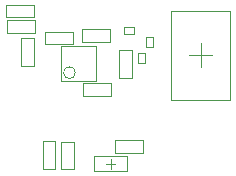
<source format=gbr>
%TF.GenerationSoftware,Altium Limited,Altium Designer,20.1.8 (145)*%
G04 Layer_Color=32768*
%FSLAX45Y45*%
%MOMM*%
%TF.SameCoordinates,B8344769-4606-4218-AAAC-353AEC7BCCEF*%
%TF.FilePolarity,Positive*%
%TF.FileFunction,Other,Bottom_Assembly*%
%TF.Part,Single*%
G01*
G75*
%TA.AperFunction,NonConductor*%
%ADD29C,0.10000*%
%ADD30C,0.10160*%
D29*
X650841Y985474D02*
G03*
X650841Y985474I-50000J0D01*
G01*
D30*
X1058803Y1312752D02*
Y1372752D01*
X1143803Y1312752D02*
Y1372752D01*
X1058803Y1312752D02*
X1143803D01*
X1058803Y1372752D02*
X1143803D01*
X1245479Y1201912D02*
Y1286912D01*
X1305479Y1201912D02*
Y1286912D01*
X1245479D02*
X1305479D01*
X1245479Y1201912D02*
X1305479D01*
X1176899Y1151406D02*
X1236899D01*
X1176899Y1066406D02*
X1236899D01*
X1176899D02*
Y1151406D01*
X1236899Y1066406D02*
Y1151406D01*
X297672Y1044233D02*
Y1279233D01*
X187672D02*
X297672D01*
X187672Y1044233D02*
Y1279233D01*
Y1044233D02*
X297672D01*
X529923Y165096D02*
X639923D01*
X529923D02*
Y400096D01*
X639923D01*
Y165096D02*
Y400096D01*
X1224999Y307596D02*
Y412596D01*
X990001Y307596D02*
Y412596D01*
X1224999D01*
X990001Y307596D02*
X1224999D01*
X374541Y169153D02*
X479542D01*
X374541Y404152D02*
X479542D01*
Y169153D02*
Y404152D01*
X374541Y169153D02*
Y404152D01*
X627422Y1227055D02*
Y1332056D01*
X392423Y1227055D02*
Y1332056D01*
X627422D01*
X392423Y1227055D02*
X627422D01*
X300492Y1455239D02*
Y1560240D01*
X65493Y1455239D02*
Y1560240D01*
X300492D01*
X65493Y1455239D02*
X300492D01*
X305532Y1322200D02*
Y1432200D01*
X70532Y1322200D02*
X305532D01*
X70532D02*
Y1432200D01*
X305532D01*
X527041Y1211674D02*
X827041D01*
X527041Y911674D02*
Y1211674D01*
Y911674D02*
X827041D01*
Y1211674D01*
X950000Y172872D02*
Y252871D01*
X910000Y212872D02*
X990000D01*
X812500Y150372D02*
X1087500D01*
X812500Y275372D02*
X1087500D01*
X812500Y150372D02*
Y275372D01*
X1087500Y150372D02*
Y275372D01*
X1961274Y757023D02*
Y1507022D01*
X1461274Y757022D02*
Y1507022D01*
Y757022D02*
X1961274Y757023D01*
X1461274Y1507022D02*
X1961274Y1507022D01*
X1711274Y1032022D02*
Y1232022D01*
X1611275Y1132022D02*
X1811275D01*
X713291Y785325D02*
X948291D01*
Y895325D01*
X713291D02*
X948291D01*
X713291Y785325D02*
Y895325D01*
X706193Y1355060D02*
X941193D01*
X706193Y1245060D02*
Y1355060D01*
Y1245060D02*
X941193D01*
Y1355060D01*
X1024325Y941607D02*
Y1176606D01*
X1129325Y941607D02*
Y1176606D01*
X1024325D02*
X1129325D01*
X1024325Y941607D02*
X1129325D01*
%TF.MD5,bf23ed60db8d9d0c76c3e4f12c5433d7*%
M02*

</source>
